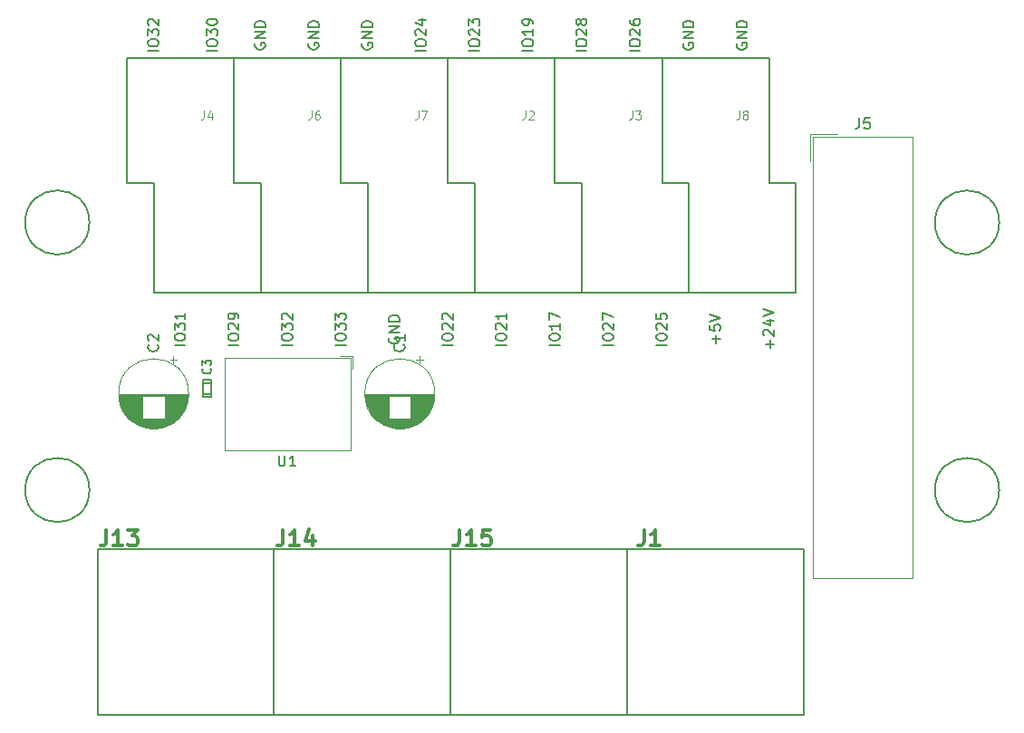
<source format=gto>
G04 #@! TF.GenerationSoftware,KiCad,Pcbnew,(5.1.5)-3*
G04 #@! TF.CreationDate,2020-02-01T18:29:59+01:00*
G04 #@! TF.ProjectId,5i25Breakout,35693235-4272-4656-916b-6f75742e6b69,rev?*
G04 #@! TF.SameCoordinates,PXe4e1c0PY93d1cc0*
G04 #@! TF.FileFunction,Legend,Top*
G04 #@! TF.FilePolarity,Positive*
%FSLAX46Y46*%
G04 Gerber Fmt 4.6, Leading zero omitted, Abs format (unit mm)*
G04 Created by KiCad (PCBNEW (5.1.5)-3) date 2020-02-01 18:29:59*
%MOMM*%
%LPD*%
G04 APERTURE LIST*
%ADD10C,0.150000*%
%ADD11C,0.127000*%
%ADD12C,0.120000*%
%ADD13C,0.300000*%
%ADD14C,0.015000*%
%ADD15C,0.200000*%
G04 APERTURE END LIST*
D10*
X71571428Y33238096D02*
X71571428Y34000000D01*
X71952380Y33619048D02*
X71190476Y33619048D01*
X71047619Y34428572D02*
X71000000Y34476191D01*
X70952380Y34571429D01*
X70952380Y34809524D01*
X71000000Y34904762D01*
X71047619Y34952381D01*
X71142857Y35000000D01*
X71238095Y35000000D01*
X71380952Y34952381D01*
X71952380Y34380953D01*
X71952380Y35000000D01*
X71285714Y35857143D02*
X71952380Y35857143D01*
X70904761Y35619048D02*
X71619047Y35380953D01*
X71619047Y36000000D01*
X70952380Y36238096D02*
X71952380Y36571429D01*
X70952380Y36904762D01*
X66571428Y33714286D02*
X66571428Y34476191D01*
X66952380Y34095239D02*
X66190476Y34095239D01*
X65952380Y35428572D02*
X65952380Y34952381D01*
X66428571Y34904762D01*
X66380952Y34952381D01*
X66333333Y35047620D01*
X66333333Y35285715D01*
X66380952Y35380953D01*
X66428571Y35428572D01*
X66523809Y35476191D01*
X66761904Y35476191D01*
X66857142Y35428572D01*
X66904761Y35380953D01*
X66952380Y35285715D01*
X66952380Y35047620D01*
X66904761Y34952381D01*
X66857142Y34904762D01*
X65952380Y35761905D02*
X66952380Y36095239D01*
X65952380Y36428572D01*
X61952380Y33523810D02*
X60952380Y33523810D01*
X60952380Y34190477D02*
X60952380Y34380953D01*
X61000000Y34476191D01*
X61095238Y34571429D01*
X61285714Y34619048D01*
X61619047Y34619048D01*
X61809523Y34571429D01*
X61904761Y34476191D01*
X61952380Y34380953D01*
X61952380Y34190477D01*
X61904761Y34095239D01*
X61809523Y34000000D01*
X61619047Y33952381D01*
X61285714Y33952381D01*
X61095238Y34000000D01*
X61000000Y34095239D01*
X60952380Y34190477D01*
X61047619Y35000000D02*
X61000000Y35047620D01*
X60952380Y35142858D01*
X60952380Y35380953D01*
X61000000Y35476191D01*
X61047619Y35523810D01*
X61142857Y35571429D01*
X61238095Y35571429D01*
X61380952Y35523810D01*
X61952380Y34952381D01*
X61952380Y35571429D01*
X60952380Y36476191D02*
X60952380Y36000000D01*
X61428571Y35952381D01*
X61380952Y36000000D01*
X61333333Y36095239D01*
X61333333Y36333334D01*
X61380952Y36428572D01*
X61428571Y36476191D01*
X61523809Y36523810D01*
X61761904Y36523810D01*
X61857142Y36476191D01*
X61904761Y36428572D01*
X61952380Y36333334D01*
X61952380Y36095239D01*
X61904761Y36000000D01*
X61857142Y35952381D01*
X56952380Y33523810D02*
X55952380Y33523810D01*
X55952380Y34190477D02*
X55952380Y34380953D01*
X56000000Y34476191D01*
X56095238Y34571429D01*
X56285714Y34619048D01*
X56619047Y34619048D01*
X56809523Y34571429D01*
X56904761Y34476191D01*
X56952380Y34380953D01*
X56952380Y34190477D01*
X56904761Y34095239D01*
X56809523Y34000000D01*
X56619047Y33952381D01*
X56285714Y33952381D01*
X56095238Y34000000D01*
X56000000Y34095239D01*
X55952380Y34190477D01*
X56047619Y35000000D02*
X56000000Y35047620D01*
X55952380Y35142858D01*
X55952380Y35380953D01*
X56000000Y35476191D01*
X56047619Y35523810D01*
X56142857Y35571429D01*
X56238095Y35571429D01*
X56380952Y35523810D01*
X56952380Y34952381D01*
X56952380Y35571429D01*
X55952380Y35904762D02*
X55952380Y36571429D01*
X56952380Y36142858D01*
X51952380Y33523810D02*
X50952380Y33523810D01*
X50952380Y34190477D02*
X50952380Y34380953D01*
X51000000Y34476191D01*
X51095238Y34571429D01*
X51285714Y34619048D01*
X51619047Y34619048D01*
X51809523Y34571429D01*
X51904761Y34476191D01*
X51952380Y34380953D01*
X51952380Y34190477D01*
X51904761Y34095239D01*
X51809523Y34000000D01*
X51619047Y33952381D01*
X51285714Y33952381D01*
X51095238Y34000000D01*
X51000000Y34095239D01*
X50952380Y34190477D01*
X51952380Y35571429D02*
X51952380Y35000000D01*
X51952380Y35285715D02*
X50952380Y35285715D01*
X51095238Y35190477D01*
X51190476Y35095239D01*
X51238095Y35000000D01*
X50952380Y35904762D02*
X50952380Y36571429D01*
X51952380Y36142858D01*
X46952380Y33523810D02*
X45952380Y33523810D01*
X45952380Y34190477D02*
X45952380Y34380953D01*
X46000000Y34476191D01*
X46095238Y34571429D01*
X46285714Y34619048D01*
X46619047Y34619048D01*
X46809523Y34571429D01*
X46904761Y34476191D01*
X46952380Y34380953D01*
X46952380Y34190477D01*
X46904761Y34095239D01*
X46809523Y34000000D01*
X46619047Y33952381D01*
X46285714Y33952381D01*
X46095238Y34000000D01*
X46000000Y34095239D01*
X45952380Y34190477D01*
X46047619Y35000000D02*
X46000000Y35047620D01*
X45952380Y35142858D01*
X45952380Y35380953D01*
X46000000Y35476191D01*
X46047619Y35523810D01*
X46142857Y35571429D01*
X46238095Y35571429D01*
X46380952Y35523810D01*
X46952380Y34952381D01*
X46952380Y35571429D01*
X46952380Y36523810D02*
X46952380Y35952381D01*
X46952380Y36238096D02*
X45952380Y36238096D01*
X46095238Y36142858D01*
X46190476Y36047620D01*
X46238095Y35952381D01*
X41952380Y33523810D02*
X40952380Y33523810D01*
X40952380Y34190477D02*
X40952380Y34380953D01*
X41000000Y34476191D01*
X41095238Y34571429D01*
X41285714Y34619048D01*
X41619047Y34619048D01*
X41809523Y34571429D01*
X41904761Y34476191D01*
X41952380Y34380953D01*
X41952380Y34190477D01*
X41904761Y34095239D01*
X41809523Y34000000D01*
X41619047Y33952381D01*
X41285714Y33952381D01*
X41095238Y34000000D01*
X41000000Y34095239D01*
X40952380Y34190477D01*
X41047619Y35000000D02*
X41000000Y35047620D01*
X40952380Y35142858D01*
X40952380Y35380953D01*
X41000000Y35476191D01*
X41047619Y35523810D01*
X41142857Y35571429D01*
X41238095Y35571429D01*
X41380952Y35523810D01*
X41952380Y34952381D01*
X41952380Y35571429D01*
X41047619Y35952381D02*
X41000000Y36000000D01*
X40952380Y36095239D01*
X40952380Y36333334D01*
X41000000Y36428572D01*
X41047619Y36476191D01*
X41142857Y36523810D01*
X41238095Y36523810D01*
X41380952Y36476191D01*
X41952380Y35904762D01*
X41952380Y36523810D01*
X36000000Y34238096D02*
X35952380Y34142858D01*
X35952380Y34000000D01*
X36000000Y33857143D01*
X36095238Y33761905D01*
X36190476Y33714286D01*
X36380952Y33666667D01*
X36523809Y33666667D01*
X36714285Y33714286D01*
X36809523Y33761905D01*
X36904761Y33857143D01*
X36952380Y34000000D01*
X36952380Y34095239D01*
X36904761Y34238096D01*
X36857142Y34285715D01*
X36523809Y34285715D01*
X36523809Y34095239D01*
X36952380Y34714286D02*
X35952380Y34714286D01*
X36952380Y35285715D01*
X35952380Y35285715D01*
X36952380Y35761905D02*
X35952380Y35761905D01*
X35952380Y36000000D01*
X36000000Y36142858D01*
X36095238Y36238096D01*
X36190476Y36285715D01*
X36380952Y36333334D01*
X36523809Y36333334D01*
X36714285Y36285715D01*
X36809523Y36238096D01*
X36904761Y36142858D01*
X36952380Y36000000D01*
X36952380Y35761905D01*
X31952380Y33523810D02*
X30952380Y33523810D01*
X30952380Y34190477D02*
X30952380Y34380953D01*
X31000000Y34476191D01*
X31095238Y34571429D01*
X31285714Y34619048D01*
X31619047Y34619048D01*
X31809523Y34571429D01*
X31904761Y34476191D01*
X31952380Y34380953D01*
X31952380Y34190477D01*
X31904761Y34095239D01*
X31809523Y34000000D01*
X31619047Y33952381D01*
X31285714Y33952381D01*
X31095238Y34000000D01*
X31000000Y34095239D01*
X30952380Y34190477D01*
X30952380Y34952381D02*
X30952380Y35571429D01*
X31333333Y35238096D01*
X31333333Y35380953D01*
X31380952Y35476191D01*
X31428571Y35523810D01*
X31523809Y35571429D01*
X31761904Y35571429D01*
X31857142Y35523810D01*
X31904761Y35476191D01*
X31952380Y35380953D01*
X31952380Y35095239D01*
X31904761Y35000000D01*
X31857142Y34952381D01*
X30952380Y35904762D02*
X30952380Y36523810D01*
X31333333Y36190477D01*
X31333333Y36333334D01*
X31380952Y36428572D01*
X31428571Y36476191D01*
X31523809Y36523810D01*
X31761904Y36523810D01*
X31857142Y36476191D01*
X31904761Y36428572D01*
X31952380Y36333334D01*
X31952380Y36047620D01*
X31904761Y35952381D01*
X31857142Y35904762D01*
X26952380Y33523810D02*
X25952380Y33523810D01*
X25952380Y34190477D02*
X25952380Y34380953D01*
X26000000Y34476191D01*
X26095238Y34571429D01*
X26285714Y34619048D01*
X26619047Y34619048D01*
X26809523Y34571429D01*
X26904761Y34476191D01*
X26952380Y34380953D01*
X26952380Y34190477D01*
X26904761Y34095239D01*
X26809523Y34000000D01*
X26619047Y33952381D01*
X26285714Y33952381D01*
X26095238Y34000000D01*
X26000000Y34095239D01*
X25952380Y34190477D01*
X25952380Y34952381D02*
X25952380Y35571429D01*
X26333333Y35238096D01*
X26333333Y35380953D01*
X26380952Y35476191D01*
X26428571Y35523810D01*
X26523809Y35571429D01*
X26761904Y35571429D01*
X26857142Y35523810D01*
X26904761Y35476191D01*
X26952380Y35380953D01*
X26952380Y35095239D01*
X26904761Y35000000D01*
X26857142Y34952381D01*
X26047619Y35952381D02*
X26000000Y36000000D01*
X25952380Y36095239D01*
X25952380Y36333334D01*
X26000000Y36428572D01*
X26047619Y36476191D01*
X26142857Y36523810D01*
X26238095Y36523810D01*
X26380952Y36476191D01*
X26952380Y35904762D01*
X26952380Y36523810D01*
X21952380Y33523810D02*
X20952380Y33523810D01*
X20952380Y34190477D02*
X20952380Y34380953D01*
X21000000Y34476191D01*
X21095238Y34571429D01*
X21285714Y34619048D01*
X21619047Y34619048D01*
X21809523Y34571429D01*
X21904761Y34476191D01*
X21952380Y34380953D01*
X21952380Y34190477D01*
X21904761Y34095239D01*
X21809523Y34000000D01*
X21619047Y33952381D01*
X21285714Y33952381D01*
X21095238Y34000000D01*
X21000000Y34095239D01*
X20952380Y34190477D01*
X21047619Y35000000D02*
X21000000Y35047620D01*
X20952380Y35142858D01*
X20952380Y35380953D01*
X21000000Y35476191D01*
X21047619Y35523810D01*
X21142857Y35571429D01*
X21238095Y35571429D01*
X21380952Y35523810D01*
X21952380Y34952381D01*
X21952380Y35571429D01*
X21952380Y36047620D02*
X21952380Y36238096D01*
X21904761Y36333334D01*
X21857142Y36380953D01*
X21714285Y36476191D01*
X21523809Y36523810D01*
X21142857Y36523810D01*
X21047619Y36476191D01*
X21000000Y36428572D01*
X20952380Y36333334D01*
X20952380Y36142858D01*
X21000000Y36047620D01*
X21047619Y36000000D01*
X21142857Y35952381D01*
X21380952Y35952381D01*
X21476190Y36000000D01*
X21523809Y36047620D01*
X21571428Y36142858D01*
X21571428Y36333334D01*
X21523809Y36428572D01*
X21476190Y36476191D01*
X21380952Y36523810D01*
X16952380Y33523810D02*
X15952380Y33523810D01*
X15952380Y34190477D02*
X15952380Y34380953D01*
X16000000Y34476191D01*
X16095238Y34571429D01*
X16285714Y34619048D01*
X16619047Y34619048D01*
X16809523Y34571429D01*
X16904761Y34476191D01*
X16952380Y34380953D01*
X16952380Y34190477D01*
X16904761Y34095239D01*
X16809523Y34000000D01*
X16619047Y33952381D01*
X16285714Y33952381D01*
X16095238Y34000000D01*
X16000000Y34095239D01*
X15952380Y34190477D01*
X15952380Y34952381D02*
X15952380Y35571429D01*
X16333333Y35238096D01*
X16333333Y35380953D01*
X16380952Y35476191D01*
X16428571Y35523810D01*
X16523809Y35571429D01*
X16761904Y35571429D01*
X16857142Y35523810D01*
X16904761Y35476191D01*
X16952380Y35380953D01*
X16952380Y35095239D01*
X16904761Y35000000D01*
X16857142Y34952381D01*
X16952380Y36523810D02*
X16952380Y35952381D01*
X16952380Y36238096D02*
X15952380Y36238096D01*
X16095238Y36142858D01*
X16190476Y36047620D01*
X16238095Y35952381D01*
X68500000Y61738096D02*
X68452380Y61642858D01*
X68452380Y61500000D01*
X68500000Y61357143D01*
X68595238Y61261905D01*
X68690476Y61214286D01*
X68880952Y61166667D01*
X69023809Y61166667D01*
X69214285Y61214286D01*
X69309523Y61261905D01*
X69404761Y61357143D01*
X69452380Y61500000D01*
X69452380Y61595239D01*
X69404761Y61738096D01*
X69357142Y61785715D01*
X69023809Y61785715D01*
X69023809Y61595239D01*
X69452380Y62214286D02*
X68452380Y62214286D01*
X69452380Y62785715D01*
X68452380Y62785715D01*
X69452380Y63261905D02*
X68452380Y63261905D01*
X68452380Y63500000D01*
X68500000Y63642858D01*
X68595238Y63738096D01*
X68690476Y63785715D01*
X68880952Y63833334D01*
X69023809Y63833334D01*
X69214285Y63785715D01*
X69309523Y63738096D01*
X69404761Y63642858D01*
X69452380Y63500000D01*
X69452380Y63261905D01*
X63500000Y61738096D02*
X63452380Y61642858D01*
X63452380Y61500000D01*
X63500000Y61357143D01*
X63595238Y61261905D01*
X63690476Y61214286D01*
X63880952Y61166667D01*
X64023809Y61166667D01*
X64214285Y61214286D01*
X64309523Y61261905D01*
X64404761Y61357143D01*
X64452380Y61500000D01*
X64452380Y61595239D01*
X64404761Y61738096D01*
X64357142Y61785715D01*
X64023809Y61785715D01*
X64023809Y61595239D01*
X64452380Y62214286D02*
X63452380Y62214286D01*
X64452380Y62785715D01*
X63452380Y62785715D01*
X64452380Y63261905D02*
X63452380Y63261905D01*
X63452380Y63500000D01*
X63500000Y63642858D01*
X63595238Y63738096D01*
X63690476Y63785715D01*
X63880952Y63833334D01*
X64023809Y63833334D01*
X64214285Y63785715D01*
X64309523Y63738096D01*
X64404761Y63642858D01*
X64452380Y63500000D01*
X64452380Y63261905D01*
X59452380Y61023810D02*
X58452380Y61023810D01*
X58452380Y61690477D02*
X58452380Y61880953D01*
X58500000Y61976191D01*
X58595238Y62071429D01*
X58785714Y62119048D01*
X59119047Y62119048D01*
X59309523Y62071429D01*
X59404761Y61976191D01*
X59452380Y61880953D01*
X59452380Y61690477D01*
X59404761Y61595239D01*
X59309523Y61500000D01*
X59119047Y61452381D01*
X58785714Y61452381D01*
X58595238Y61500000D01*
X58500000Y61595239D01*
X58452380Y61690477D01*
X58547619Y62500000D02*
X58500000Y62547620D01*
X58452380Y62642858D01*
X58452380Y62880953D01*
X58500000Y62976191D01*
X58547619Y63023810D01*
X58642857Y63071429D01*
X58738095Y63071429D01*
X58880952Y63023810D01*
X59452380Y62452381D01*
X59452380Y63071429D01*
X58452380Y63928572D02*
X58452380Y63738096D01*
X58500000Y63642858D01*
X58547619Y63595239D01*
X58690476Y63500000D01*
X58880952Y63452381D01*
X59261904Y63452381D01*
X59357142Y63500000D01*
X59404761Y63547620D01*
X59452380Y63642858D01*
X59452380Y63833334D01*
X59404761Y63928572D01*
X59357142Y63976191D01*
X59261904Y64023810D01*
X59023809Y64023810D01*
X58928571Y63976191D01*
X58880952Y63928572D01*
X58833333Y63833334D01*
X58833333Y63642858D01*
X58880952Y63547620D01*
X58928571Y63500000D01*
X59023809Y63452381D01*
X54452380Y61023810D02*
X53452380Y61023810D01*
X53452380Y61690477D02*
X53452380Y61880953D01*
X53500000Y61976191D01*
X53595238Y62071429D01*
X53785714Y62119048D01*
X54119047Y62119048D01*
X54309523Y62071429D01*
X54404761Y61976191D01*
X54452380Y61880953D01*
X54452380Y61690477D01*
X54404761Y61595239D01*
X54309523Y61500000D01*
X54119047Y61452381D01*
X53785714Y61452381D01*
X53595238Y61500000D01*
X53500000Y61595239D01*
X53452380Y61690477D01*
X53547619Y62500000D02*
X53500000Y62547620D01*
X53452380Y62642858D01*
X53452380Y62880953D01*
X53500000Y62976191D01*
X53547619Y63023810D01*
X53642857Y63071429D01*
X53738095Y63071429D01*
X53880952Y63023810D01*
X54452380Y62452381D01*
X54452380Y63071429D01*
X53880952Y63642858D02*
X53833333Y63547620D01*
X53785714Y63500000D01*
X53690476Y63452381D01*
X53642857Y63452381D01*
X53547619Y63500000D01*
X53500000Y63547620D01*
X53452380Y63642858D01*
X53452380Y63833334D01*
X53500000Y63928572D01*
X53547619Y63976191D01*
X53642857Y64023810D01*
X53690476Y64023810D01*
X53785714Y63976191D01*
X53833333Y63928572D01*
X53880952Y63833334D01*
X53880952Y63642858D01*
X53928571Y63547620D01*
X53976190Y63500000D01*
X54071428Y63452381D01*
X54261904Y63452381D01*
X54357142Y63500000D01*
X54404761Y63547620D01*
X54452380Y63642858D01*
X54452380Y63833334D01*
X54404761Y63928572D01*
X54357142Y63976191D01*
X54261904Y64023810D01*
X54071428Y64023810D01*
X53976190Y63976191D01*
X53928571Y63928572D01*
X53880952Y63833334D01*
X49452380Y61023810D02*
X48452380Y61023810D01*
X48452380Y61690477D02*
X48452380Y61880953D01*
X48500000Y61976191D01*
X48595238Y62071429D01*
X48785714Y62119048D01*
X49119047Y62119048D01*
X49309523Y62071429D01*
X49404761Y61976191D01*
X49452380Y61880953D01*
X49452380Y61690477D01*
X49404761Y61595239D01*
X49309523Y61500000D01*
X49119047Y61452381D01*
X48785714Y61452381D01*
X48595238Y61500000D01*
X48500000Y61595239D01*
X48452380Y61690477D01*
X49452380Y63071429D02*
X49452380Y62500000D01*
X49452380Y62785715D02*
X48452380Y62785715D01*
X48595238Y62690477D01*
X48690476Y62595239D01*
X48738095Y62500000D01*
X49452380Y63547620D02*
X49452380Y63738096D01*
X49404761Y63833334D01*
X49357142Y63880953D01*
X49214285Y63976191D01*
X49023809Y64023810D01*
X48642857Y64023810D01*
X48547619Y63976191D01*
X48500000Y63928572D01*
X48452380Y63833334D01*
X48452380Y63642858D01*
X48500000Y63547620D01*
X48547619Y63500000D01*
X48642857Y63452381D01*
X48880952Y63452381D01*
X48976190Y63500000D01*
X49023809Y63547620D01*
X49071428Y63642858D01*
X49071428Y63833334D01*
X49023809Y63928572D01*
X48976190Y63976191D01*
X48880952Y64023810D01*
X44452380Y61023810D02*
X43452380Y61023810D01*
X43452380Y61690477D02*
X43452380Y61880953D01*
X43500000Y61976191D01*
X43595238Y62071429D01*
X43785714Y62119048D01*
X44119047Y62119048D01*
X44309523Y62071429D01*
X44404761Y61976191D01*
X44452380Y61880953D01*
X44452380Y61690477D01*
X44404761Y61595239D01*
X44309523Y61500000D01*
X44119047Y61452381D01*
X43785714Y61452381D01*
X43595238Y61500000D01*
X43500000Y61595239D01*
X43452380Y61690477D01*
X43547619Y62500000D02*
X43500000Y62547620D01*
X43452380Y62642858D01*
X43452380Y62880953D01*
X43500000Y62976191D01*
X43547619Y63023810D01*
X43642857Y63071429D01*
X43738095Y63071429D01*
X43880952Y63023810D01*
X44452380Y62452381D01*
X44452380Y63071429D01*
X43452380Y63404762D02*
X43452380Y64023810D01*
X43833333Y63690477D01*
X43833333Y63833334D01*
X43880952Y63928572D01*
X43928571Y63976191D01*
X44023809Y64023810D01*
X44261904Y64023810D01*
X44357142Y63976191D01*
X44404761Y63928572D01*
X44452380Y63833334D01*
X44452380Y63547620D01*
X44404761Y63452381D01*
X44357142Y63404762D01*
X39452380Y61023810D02*
X38452380Y61023810D01*
X38452380Y61690477D02*
X38452380Y61880953D01*
X38500000Y61976191D01*
X38595238Y62071429D01*
X38785714Y62119048D01*
X39119047Y62119048D01*
X39309523Y62071429D01*
X39404761Y61976191D01*
X39452380Y61880953D01*
X39452380Y61690477D01*
X39404761Y61595239D01*
X39309523Y61500000D01*
X39119047Y61452381D01*
X38785714Y61452381D01*
X38595238Y61500000D01*
X38500000Y61595239D01*
X38452380Y61690477D01*
X38547619Y62500000D02*
X38500000Y62547620D01*
X38452380Y62642858D01*
X38452380Y62880953D01*
X38500000Y62976191D01*
X38547619Y63023810D01*
X38642857Y63071429D01*
X38738095Y63071429D01*
X38880952Y63023810D01*
X39452380Y62452381D01*
X39452380Y63071429D01*
X38785714Y63928572D02*
X39452380Y63928572D01*
X38404761Y63690477D02*
X39119047Y63452381D01*
X39119047Y64071429D01*
X33500000Y61738096D02*
X33452380Y61642858D01*
X33452380Y61500000D01*
X33500000Y61357143D01*
X33595238Y61261905D01*
X33690476Y61214286D01*
X33880952Y61166667D01*
X34023809Y61166667D01*
X34214285Y61214286D01*
X34309523Y61261905D01*
X34404761Y61357143D01*
X34452380Y61500000D01*
X34452380Y61595239D01*
X34404761Y61738096D01*
X34357142Y61785715D01*
X34023809Y61785715D01*
X34023809Y61595239D01*
X34452380Y62214286D02*
X33452380Y62214286D01*
X34452380Y62785715D01*
X33452380Y62785715D01*
X34452380Y63261905D02*
X33452380Y63261905D01*
X33452380Y63500000D01*
X33500000Y63642858D01*
X33595238Y63738096D01*
X33690476Y63785715D01*
X33880952Y63833334D01*
X34023809Y63833334D01*
X34214285Y63785715D01*
X34309523Y63738096D01*
X34404761Y63642858D01*
X34452380Y63500000D01*
X34452380Y63261905D01*
X28500000Y61738096D02*
X28452380Y61642858D01*
X28452380Y61500000D01*
X28500000Y61357143D01*
X28595238Y61261905D01*
X28690476Y61214286D01*
X28880952Y61166667D01*
X29023809Y61166667D01*
X29214285Y61214286D01*
X29309523Y61261905D01*
X29404761Y61357143D01*
X29452380Y61500000D01*
X29452380Y61595239D01*
X29404761Y61738096D01*
X29357142Y61785715D01*
X29023809Y61785715D01*
X29023809Y61595239D01*
X29452380Y62214286D02*
X28452380Y62214286D01*
X29452380Y62785715D01*
X28452380Y62785715D01*
X29452380Y63261905D02*
X28452380Y63261905D01*
X28452380Y63500000D01*
X28500000Y63642858D01*
X28595238Y63738096D01*
X28690476Y63785715D01*
X28880952Y63833334D01*
X29023809Y63833334D01*
X29214285Y63785715D01*
X29309523Y63738096D01*
X29404761Y63642858D01*
X29452380Y63500000D01*
X29452380Y63261905D01*
X23500000Y61738096D02*
X23452380Y61642858D01*
X23452380Y61500000D01*
X23500000Y61357143D01*
X23595238Y61261905D01*
X23690476Y61214286D01*
X23880952Y61166667D01*
X24023809Y61166667D01*
X24214285Y61214286D01*
X24309523Y61261905D01*
X24404761Y61357143D01*
X24452380Y61500000D01*
X24452380Y61595239D01*
X24404761Y61738096D01*
X24357142Y61785715D01*
X24023809Y61785715D01*
X24023809Y61595239D01*
X24452380Y62214286D02*
X23452380Y62214286D01*
X24452380Y62785715D01*
X23452380Y62785715D01*
X24452380Y63261905D02*
X23452380Y63261905D01*
X23452380Y63500000D01*
X23500000Y63642858D01*
X23595238Y63738096D01*
X23690476Y63785715D01*
X23880952Y63833334D01*
X24023809Y63833334D01*
X24214285Y63785715D01*
X24309523Y63738096D01*
X24404761Y63642858D01*
X24452380Y63500000D01*
X24452380Y63261905D01*
X19952380Y61023810D02*
X18952380Y61023810D01*
X18952380Y61690477D02*
X18952380Y61880953D01*
X19000000Y61976191D01*
X19095238Y62071429D01*
X19285714Y62119048D01*
X19619047Y62119048D01*
X19809523Y62071429D01*
X19904761Y61976191D01*
X19952380Y61880953D01*
X19952380Y61690477D01*
X19904761Y61595239D01*
X19809523Y61500000D01*
X19619047Y61452381D01*
X19285714Y61452381D01*
X19095238Y61500000D01*
X19000000Y61595239D01*
X18952380Y61690477D01*
X18952380Y62452381D02*
X18952380Y63071429D01*
X19333333Y62738096D01*
X19333333Y62880953D01*
X19380952Y62976191D01*
X19428571Y63023810D01*
X19523809Y63071429D01*
X19761904Y63071429D01*
X19857142Y63023810D01*
X19904761Y62976191D01*
X19952380Y62880953D01*
X19952380Y62595239D01*
X19904761Y62500000D01*
X19857142Y62452381D01*
X18952380Y63690477D02*
X18952380Y63785715D01*
X19000000Y63880953D01*
X19047619Y63928572D01*
X19142857Y63976191D01*
X19333333Y64023810D01*
X19571428Y64023810D01*
X19761904Y63976191D01*
X19857142Y63928572D01*
X19904761Y63880953D01*
X19952380Y63785715D01*
X19952380Y63690477D01*
X19904761Y63595239D01*
X19857142Y63547620D01*
X19761904Y63500000D01*
X19571428Y63452381D01*
X19333333Y63452381D01*
X19142857Y63500000D01*
X19047619Y63547620D01*
X19000000Y63595239D01*
X18952380Y63690477D01*
X14452380Y61023810D02*
X13452380Y61023810D01*
X13452380Y61690477D02*
X13452380Y61880953D01*
X13500000Y61976191D01*
X13595238Y62071429D01*
X13785714Y62119048D01*
X14119047Y62119048D01*
X14309523Y62071429D01*
X14404761Y61976191D01*
X14452380Y61880953D01*
X14452380Y61690477D01*
X14404761Y61595239D01*
X14309523Y61500000D01*
X14119047Y61452381D01*
X13785714Y61452381D01*
X13595238Y61500000D01*
X13500000Y61595239D01*
X13452380Y61690477D01*
X13452380Y62452381D02*
X13452380Y63071429D01*
X13833333Y62738096D01*
X13833333Y62880953D01*
X13880952Y62976191D01*
X13928571Y63023810D01*
X14023809Y63071429D01*
X14261904Y63071429D01*
X14357142Y63023810D01*
X14404761Y62976191D01*
X14452380Y62880953D01*
X14452380Y62595239D01*
X14404761Y62500000D01*
X14357142Y62452381D01*
X13547619Y63452381D02*
X13500000Y63500000D01*
X13452380Y63595239D01*
X13452380Y63833334D01*
X13500000Y63928572D01*
X13547619Y63976191D01*
X13642857Y64023810D01*
X13738095Y64023810D01*
X13880952Y63976191D01*
X14452380Y63404762D01*
X14452380Y64023810D01*
X8750000Y-1000000D02*
X25250000Y-1000000D01*
X25250000Y-1000000D02*
X25250000Y14500000D01*
X25250000Y14500000D02*
X8750000Y14500000D01*
X8750000Y14500000D02*
X8750000Y-1000000D01*
X25250000Y-1000000D02*
X41750000Y-1000000D01*
X41750000Y-1000000D02*
X41750000Y14500000D01*
X41750000Y14500000D02*
X25250000Y14500000D01*
X25250000Y14500000D02*
X25250000Y-1000000D01*
X58250000Y-1000000D02*
X74750000Y-1000000D01*
X74750000Y-1000000D02*
X74750000Y14500000D01*
X74750000Y14500000D02*
X58250000Y14500000D01*
X58250000Y14500000D02*
X58250000Y-1000000D01*
D11*
X41500000Y60400000D02*
X51500000Y60400000D01*
X41500000Y48650000D02*
X41500000Y60400000D01*
X44000000Y48650000D02*
X41500000Y48650000D01*
X44000000Y38400000D02*
X44000000Y48650000D01*
X54000000Y38400000D02*
X44000000Y38400000D01*
X54000000Y48650000D02*
X54000000Y38400000D01*
X51500000Y48650000D02*
X54000000Y48650000D01*
X51500000Y60400000D02*
X51500000Y48650000D01*
X51500000Y60400000D02*
X61500000Y60400000D01*
X51500000Y48650000D02*
X51500000Y60400000D01*
X54000000Y48650000D02*
X51500000Y48650000D01*
X54000000Y38400000D02*
X54000000Y48650000D01*
X64000000Y38400000D02*
X54000000Y38400000D01*
X64000000Y48650000D02*
X64000000Y38400000D01*
X61500000Y48650000D02*
X64000000Y48650000D01*
X61500000Y60400000D02*
X61500000Y48650000D01*
X61500000Y60400000D02*
X71500000Y60400000D01*
X61500000Y48650000D02*
X61500000Y60400000D01*
X64000000Y48650000D02*
X61500000Y48650000D01*
X64000000Y38400000D02*
X64000000Y48650000D01*
X74000000Y38400000D02*
X64000000Y38400000D01*
X74000000Y48650000D02*
X74000000Y38400000D01*
X71500000Y48650000D02*
X74000000Y48650000D01*
X71500000Y60400000D02*
X71500000Y48650000D01*
X31500000Y60400000D02*
X41500000Y60400000D01*
X31500000Y48650000D02*
X31500000Y60400000D01*
X34000000Y48650000D02*
X31500000Y48650000D01*
X34000000Y38400000D02*
X34000000Y48650000D01*
X44000000Y38400000D02*
X34000000Y38400000D01*
X44000000Y48650000D02*
X44000000Y38400000D01*
X41500000Y48650000D02*
X44000000Y48650000D01*
X41500000Y60400000D02*
X41500000Y48650000D01*
X21500000Y60400000D02*
X31500000Y60400000D01*
X21500000Y48650000D02*
X21500000Y60400000D01*
X24000000Y48650000D02*
X21500000Y48650000D01*
X24000000Y38400000D02*
X24000000Y48650000D01*
X34000000Y38400000D02*
X24000000Y38400000D01*
X34000000Y48650000D02*
X34000000Y38400000D01*
X31500000Y48650000D02*
X34000000Y48650000D01*
X31500000Y60400000D02*
X31500000Y48650000D01*
X11500000Y60400000D02*
X21500000Y60400000D01*
X11500000Y48650000D02*
X11500000Y60400000D01*
X14000000Y48650000D02*
X11500000Y48650000D01*
X14000000Y38400000D02*
X14000000Y48650000D01*
X24000000Y38400000D02*
X14000000Y38400000D01*
X24000000Y48650000D02*
X24000000Y38400000D01*
X21500000Y48650000D02*
X24000000Y48650000D01*
X21500000Y60400000D02*
X21500000Y48650000D01*
D12*
X75345000Y53220000D02*
X77885000Y53220000D01*
X75345000Y53220000D02*
X75345000Y50680000D01*
X75595000Y52970000D02*
X84945000Y52970000D01*
X75595000Y11790000D02*
X75595000Y52970000D01*
X84945000Y11790000D02*
X75595000Y11790000D01*
X84945000Y52970000D02*
X84945000Y11790000D01*
D10*
X41750000Y-1000000D02*
X58250000Y-1000000D01*
X58250000Y-1000000D02*
X58250000Y14500000D01*
X58250000Y14500000D02*
X41750000Y14500000D01*
X41750000Y14500000D02*
X41750000Y-1000000D01*
X93000000Y20000000D02*
G75*
G03X93000000Y20000000I-3000000J0D01*
G01*
X93000000Y45000000D02*
G75*
G03X93000000Y45000000I-3000000J0D01*
G01*
X8000000Y20000000D02*
G75*
G03X8000000Y20000000I-3000000J0D01*
G01*
X8000000Y45000000D02*
G75*
G03X8000000Y45000000I-3000000J0D01*
G01*
D12*
X39154000Y32185241D02*
X38524000Y32185241D01*
X38839000Y32500241D02*
X38839000Y31870241D01*
X37402000Y25759000D02*
X36598000Y25759000D01*
X37633000Y25799000D02*
X36367000Y25799000D01*
X37802000Y25839000D02*
X36198000Y25839000D01*
X37940000Y25879000D02*
X36060000Y25879000D01*
X38059000Y25919000D02*
X35941000Y25919000D01*
X38165000Y25959000D02*
X35835000Y25959000D01*
X38262000Y25999000D02*
X35738000Y25999000D01*
X38350000Y26039000D02*
X35650000Y26039000D01*
X38432000Y26079000D02*
X35568000Y26079000D01*
X38509000Y26119000D02*
X35491000Y26119000D01*
X38581000Y26159000D02*
X35419000Y26159000D01*
X38650000Y26199000D02*
X35350000Y26199000D01*
X38714000Y26239000D02*
X35286000Y26239000D01*
X38776000Y26279000D02*
X35224000Y26279000D01*
X38834000Y26319000D02*
X35166000Y26319000D01*
X38890000Y26359000D02*
X35110000Y26359000D01*
X38944000Y26399000D02*
X35056000Y26399000D01*
X38995000Y26439000D02*
X35005000Y26439000D01*
X39044000Y26479000D02*
X34956000Y26479000D01*
X39092000Y26519000D02*
X34908000Y26519000D01*
X39137000Y26559000D02*
X34863000Y26559000D01*
X39182000Y26599000D02*
X34818000Y26599000D01*
X39224000Y26639000D02*
X34776000Y26639000D01*
X39265000Y26679000D02*
X34735000Y26679000D01*
X35960000Y26719000D02*
X34695000Y26719000D01*
X39305000Y26719000D02*
X38040000Y26719000D01*
X35960000Y26759000D02*
X34657000Y26759000D01*
X39343000Y26759000D02*
X38040000Y26759000D01*
X35960000Y26799000D02*
X34620000Y26799000D01*
X39380000Y26799000D02*
X38040000Y26799000D01*
X35960000Y26839000D02*
X34584000Y26839000D01*
X39416000Y26839000D02*
X38040000Y26839000D01*
X35960000Y26879000D02*
X34550000Y26879000D01*
X39450000Y26879000D02*
X38040000Y26879000D01*
X35960000Y26919000D02*
X34516000Y26919000D01*
X39484000Y26919000D02*
X38040000Y26919000D01*
X35960000Y26959000D02*
X34484000Y26959000D01*
X39516000Y26959000D02*
X38040000Y26959000D01*
X35960000Y26999000D02*
X34452000Y26999000D01*
X39548000Y26999000D02*
X38040000Y26999000D01*
X35960000Y27039000D02*
X34422000Y27039000D01*
X39578000Y27039000D02*
X38040000Y27039000D01*
X35960000Y27079000D02*
X34393000Y27079000D01*
X39607000Y27079000D02*
X38040000Y27079000D01*
X35960000Y27119000D02*
X34364000Y27119000D01*
X39636000Y27119000D02*
X38040000Y27119000D01*
X35960000Y27159000D02*
X34336000Y27159000D01*
X39664000Y27159000D02*
X38040000Y27159000D01*
X35960000Y27199000D02*
X34310000Y27199000D01*
X39690000Y27199000D02*
X38040000Y27199000D01*
X35960000Y27239000D02*
X34284000Y27239000D01*
X39716000Y27239000D02*
X38040000Y27239000D01*
X35960000Y27279000D02*
X34258000Y27279000D01*
X39742000Y27279000D02*
X38040000Y27279000D01*
X35960000Y27319000D02*
X34234000Y27319000D01*
X39766000Y27319000D02*
X38040000Y27319000D01*
X35960000Y27359000D02*
X34210000Y27359000D01*
X39790000Y27359000D02*
X38040000Y27359000D01*
X35960000Y27399000D02*
X34188000Y27399000D01*
X39812000Y27399000D02*
X38040000Y27399000D01*
X35960000Y27439000D02*
X34166000Y27439000D01*
X39834000Y27439000D02*
X38040000Y27439000D01*
X35960000Y27479000D02*
X34144000Y27479000D01*
X39856000Y27479000D02*
X38040000Y27479000D01*
X35960000Y27519000D02*
X34124000Y27519000D01*
X39876000Y27519000D02*
X38040000Y27519000D01*
X35960000Y27559000D02*
X34104000Y27559000D01*
X39896000Y27559000D02*
X38040000Y27559000D01*
X35960000Y27599000D02*
X34084000Y27599000D01*
X39916000Y27599000D02*
X38040000Y27599000D01*
X35960000Y27639000D02*
X34066000Y27639000D01*
X39934000Y27639000D02*
X38040000Y27639000D01*
X35960000Y27679000D02*
X34048000Y27679000D01*
X39952000Y27679000D02*
X38040000Y27679000D01*
X35960000Y27719000D02*
X34030000Y27719000D01*
X39970000Y27719000D02*
X38040000Y27719000D01*
X35960000Y27759000D02*
X34014000Y27759000D01*
X39986000Y27759000D02*
X38040000Y27759000D01*
X35960000Y27799000D02*
X33998000Y27799000D01*
X40002000Y27799000D02*
X38040000Y27799000D01*
X35960000Y27839000D02*
X33982000Y27839000D01*
X40018000Y27839000D02*
X38040000Y27839000D01*
X35960000Y27879000D02*
X33967000Y27879000D01*
X40033000Y27879000D02*
X38040000Y27879000D01*
X35960000Y27919000D02*
X33953000Y27919000D01*
X40047000Y27919000D02*
X38040000Y27919000D01*
X35960000Y27959000D02*
X33939000Y27959000D01*
X40061000Y27959000D02*
X38040000Y27959000D01*
X35960000Y27999000D02*
X33926000Y27999000D01*
X40074000Y27999000D02*
X38040000Y27999000D01*
X35960000Y28039000D02*
X33914000Y28039000D01*
X40086000Y28039000D02*
X38040000Y28039000D01*
X35960000Y28079000D02*
X33902000Y28079000D01*
X40098000Y28079000D02*
X38040000Y28079000D01*
X35960000Y28119000D02*
X33890000Y28119000D01*
X40110000Y28119000D02*
X38040000Y28119000D01*
X35960000Y28159000D02*
X33879000Y28159000D01*
X40121000Y28159000D02*
X38040000Y28159000D01*
X35960000Y28199000D02*
X33869000Y28199000D01*
X40131000Y28199000D02*
X38040000Y28199000D01*
X35960000Y28239000D02*
X33859000Y28239000D01*
X40141000Y28239000D02*
X38040000Y28239000D01*
X35960000Y28279000D02*
X33850000Y28279000D01*
X40150000Y28279000D02*
X38040000Y28279000D01*
X35960000Y28320000D02*
X33841000Y28320000D01*
X40159000Y28320000D02*
X38040000Y28320000D01*
X35960000Y28360000D02*
X33833000Y28360000D01*
X40167000Y28360000D02*
X38040000Y28360000D01*
X35960000Y28400000D02*
X33825000Y28400000D01*
X40175000Y28400000D02*
X38040000Y28400000D01*
X35960000Y28440000D02*
X33818000Y28440000D01*
X40182000Y28440000D02*
X38040000Y28440000D01*
X35960000Y28480000D02*
X33811000Y28480000D01*
X40189000Y28480000D02*
X38040000Y28480000D01*
X35960000Y28520000D02*
X33805000Y28520000D01*
X40195000Y28520000D02*
X38040000Y28520000D01*
X35960000Y28560000D02*
X33799000Y28560000D01*
X40201000Y28560000D02*
X38040000Y28560000D01*
X35960000Y28600000D02*
X33794000Y28600000D01*
X40206000Y28600000D02*
X38040000Y28600000D01*
X35960000Y28640000D02*
X33789000Y28640000D01*
X40211000Y28640000D02*
X38040000Y28640000D01*
X35960000Y28680000D02*
X33785000Y28680000D01*
X40215000Y28680000D02*
X38040000Y28680000D01*
X35960000Y28720000D02*
X33782000Y28720000D01*
X40218000Y28720000D02*
X38040000Y28720000D01*
X35960000Y28760000D02*
X33778000Y28760000D01*
X40222000Y28760000D02*
X38040000Y28760000D01*
X40224000Y28800000D02*
X33776000Y28800000D01*
X40227000Y28840000D02*
X33773000Y28840000D01*
X40228000Y28880000D02*
X33772000Y28880000D01*
X40230000Y28920000D02*
X33770000Y28920000D01*
X40230000Y28960000D02*
X33770000Y28960000D01*
X40230000Y29000000D02*
X33770000Y29000000D01*
X40270000Y29000000D02*
G75*
G03X40270000Y29000000I-3270000J0D01*
G01*
X16154000Y32185241D02*
X15524000Y32185241D01*
X15839000Y32500241D02*
X15839000Y31870241D01*
X14402000Y25759000D02*
X13598000Y25759000D01*
X14633000Y25799000D02*
X13367000Y25799000D01*
X14802000Y25839000D02*
X13198000Y25839000D01*
X14940000Y25879000D02*
X13060000Y25879000D01*
X15059000Y25919000D02*
X12941000Y25919000D01*
X15165000Y25959000D02*
X12835000Y25959000D01*
X15262000Y25999000D02*
X12738000Y25999000D01*
X15350000Y26039000D02*
X12650000Y26039000D01*
X15432000Y26079000D02*
X12568000Y26079000D01*
X15509000Y26119000D02*
X12491000Y26119000D01*
X15581000Y26159000D02*
X12419000Y26159000D01*
X15650000Y26199000D02*
X12350000Y26199000D01*
X15714000Y26239000D02*
X12286000Y26239000D01*
X15776000Y26279000D02*
X12224000Y26279000D01*
X15834000Y26319000D02*
X12166000Y26319000D01*
X15890000Y26359000D02*
X12110000Y26359000D01*
X15944000Y26399000D02*
X12056000Y26399000D01*
X15995000Y26439000D02*
X12005000Y26439000D01*
X16044000Y26479000D02*
X11956000Y26479000D01*
X16092000Y26519000D02*
X11908000Y26519000D01*
X16137000Y26559000D02*
X11863000Y26559000D01*
X16182000Y26599000D02*
X11818000Y26599000D01*
X16224000Y26639000D02*
X11776000Y26639000D01*
X16265000Y26679000D02*
X11735000Y26679000D01*
X12960000Y26719000D02*
X11695000Y26719000D01*
X16305000Y26719000D02*
X15040000Y26719000D01*
X12960000Y26759000D02*
X11657000Y26759000D01*
X16343000Y26759000D02*
X15040000Y26759000D01*
X12960000Y26799000D02*
X11620000Y26799000D01*
X16380000Y26799000D02*
X15040000Y26799000D01*
X12960000Y26839000D02*
X11584000Y26839000D01*
X16416000Y26839000D02*
X15040000Y26839000D01*
X12960000Y26879000D02*
X11550000Y26879000D01*
X16450000Y26879000D02*
X15040000Y26879000D01*
X12960000Y26919000D02*
X11516000Y26919000D01*
X16484000Y26919000D02*
X15040000Y26919000D01*
X12960000Y26959000D02*
X11484000Y26959000D01*
X16516000Y26959000D02*
X15040000Y26959000D01*
X12960000Y26999000D02*
X11452000Y26999000D01*
X16548000Y26999000D02*
X15040000Y26999000D01*
X12960000Y27039000D02*
X11422000Y27039000D01*
X16578000Y27039000D02*
X15040000Y27039000D01*
X12960000Y27079000D02*
X11393000Y27079000D01*
X16607000Y27079000D02*
X15040000Y27079000D01*
X12960000Y27119000D02*
X11364000Y27119000D01*
X16636000Y27119000D02*
X15040000Y27119000D01*
X12960000Y27159000D02*
X11336000Y27159000D01*
X16664000Y27159000D02*
X15040000Y27159000D01*
X12960000Y27199000D02*
X11310000Y27199000D01*
X16690000Y27199000D02*
X15040000Y27199000D01*
X12960000Y27239000D02*
X11284000Y27239000D01*
X16716000Y27239000D02*
X15040000Y27239000D01*
X12960000Y27279000D02*
X11258000Y27279000D01*
X16742000Y27279000D02*
X15040000Y27279000D01*
X12960000Y27319000D02*
X11234000Y27319000D01*
X16766000Y27319000D02*
X15040000Y27319000D01*
X12960000Y27359000D02*
X11210000Y27359000D01*
X16790000Y27359000D02*
X15040000Y27359000D01*
X12960000Y27399000D02*
X11188000Y27399000D01*
X16812000Y27399000D02*
X15040000Y27399000D01*
X12960000Y27439000D02*
X11166000Y27439000D01*
X16834000Y27439000D02*
X15040000Y27439000D01*
X12960000Y27479000D02*
X11144000Y27479000D01*
X16856000Y27479000D02*
X15040000Y27479000D01*
X12960000Y27519000D02*
X11124000Y27519000D01*
X16876000Y27519000D02*
X15040000Y27519000D01*
X12960000Y27559000D02*
X11104000Y27559000D01*
X16896000Y27559000D02*
X15040000Y27559000D01*
X12960000Y27599000D02*
X11084000Y27599000D01*
X16916000Y27599000D02*
X15040000Y27599000D01*
X12960000Y27639000D02*
X11066000Y27639000D01*
X16934000Y27639000D02*
X15040000Y27639000D01*
X12960000Y27679000D02*
X11048000Y27679000D01*
X16952000Y27679000D02*
X15040000Y27679000D01*
X12960000Y27719000D02*
X11030000Y27719000D01*
X16970000Y27719000D02*
X15040000Y27719000D01*
X12960000Y27759000D02*
X11014000Y27759000D01*
X16986000Y27759000D02*
X15040000Y27759000D01*
X12960000Y27799000D02*
X10998000Y27799000D01*
X17002000Y27799000D02*
X15040000Y27799000D01*
X12960000Y27839000D02*
X10982000Y27839000D01*
X17018000Y27839000D02*
X15040000Y27839000D01*
X12960000Y27879000D02*
X10967000Y27879000D01*
X17033000Y27879000D02*
X15040000Y27879000D01*
X12960000Y27919000D02*
X10953000Y27919000D01*
X17047000Y27919000D02*
X15040000Y27919000D01*
X12960000Y27959000D02*
X10939000Y27959000D01*
X17061000Y27959000D02*
X15040000Y27959000D01*
X12960000Y27999000D02*
X10926000Y27999000D01*
X17074000Y27999000D02*
X15040000Y27999000D01*
X12960000Y28039000D02*
X10914000Y28039000D01*
X17086000Y28039000D02*
X15040000Y28039000D01*
X12960000Y28079000D02*
X10902000Y28079000D01*
X17098000Y28079000D02*
X15040000Y28079000D01*
X12960000Y28119000D02*
X10890000Y28119000D01*
X17110000Y28119000D02*
X15040000Y28119000D01*
X12960000Y28159000D02*
X10879000Y28159000D01*
X17121000Y28159000D02*
X15040000Y28159000D01*
X12960000Y28199000D02*
X10869000Y28199000D01*
X17131000Y28199000D02*
X15040000Y28199000D01*
X12960000Y28239000D02*
X10859000Y28239000D01*
X17141000Y28239000D02*
X15040000Y28239000D01*
X12960000Y28279000D02*
X10850000Y28279000D01*
X17150000Y28279000D02*
X15040000Y28279000D01*
X12960000Y28320000D02*
X10841000Y28320000D01*
X17159000Y28320000D02*
X15040000Y28320000D01*
X12960000Y28360000D02*
X10833000Y28360000D01*
X17167000Y28360000D02*
X15040000Y28360000D01*
X12960000Y28400000D02*
X10825000Y28400000D01*
X17175000Y28400000D02*
X15040000Y28400000D01*
X12960000Y28440000D02*
X10818000Y28440000D01*
X17182000Y28440000D02*
X15040000Y28440000D01*
X12960000Y28480000D02*
X10811000Y28480000D01*
X17189000Y28480000D02*
X15040000Y28480000D01*
X12960000Y28520000D02*
X10805000Y28520000D01*
X17195000Y28520000D02*
X15040000Y28520000D01*
X12960000Y28560000D02*
X10799000Y28560000D01*
X17201000Y28560000D02*
X15040000Y28560000D01*
X12960000Y28600000D02*
X10794000Y28600000D01*
X17206000Y28600000D02*
X15040000Y28600000D01*
X12960000Y28640000D02*
X10789000Y28640000D01*
X17211000Y28640000D02*
X15040000Y28640000D01*
X12960000Y28680000D02*
X10785000Y28680000D01*
X17215000Y28680000D02*
X15040000Y28680000D01*
X12960000Y28720000D02*
X10782000Y28720000D01*
X17218000Y28720000D02*
X15040000Y28720000D01*
X12960000Y28760000D02*
X10778000Y28760000D01*
X17222000Y28760000D02*
X15040000Y28760000D01*
X17224000Y28800000D02*
X10776000Y28800000D01*
X17227000Y28840000D02*
X10773000Y28840000D01*
X17228000Y28880000D02*
X10772000Y28880000D01*
X17230000Y28920000D02*
X10770000Y28920000D01*
X17230000Y28960000D02*
X10770000Y28960000D01*
X17230000Y29000000D02*
X10770000Y29000000D01*
X17270000Y29000000D02*
G75*
G03X17270000Y29000000I-3270000J0D01*
G01*
D10*
X19400000Y29000000D02*
X18600000Y29000000D01*
X19400000Y30000000D02*
X18600000Y30000000D01*
X19400000Y28700000D02*
X19400000Y30300000D01*
X18600000Y28700000D02*
X19400000Y28700000D01*
X18600000Y30300000D02*
X18600000Y28700000D01*
X19400000Y30300000D02*
X18600000Y30300000D01*
D12*
X32611000Y32550000D02*
X31371000Y32550000D01*
X32611000Y31310000D02*
X32611000Y32550000D01*
X20650000Y23690000D02*
X20650000Y32310000D01*
X32371000Y23690000D02*
X32371000Y32310000D01*
X32371000Y32310000D02*
X20650000Y32310000D01*
X32371000Y23690000D02*
X20650000Y23690000D01*
D13*
X9591714Y16283429D02*
X9591714Y15212000D01*
X9520285Y14997715D01*
X9377428Y14854858D01*
X9163142Y14783429D01*
X9020285Y14783429D01*
X11091714Y14783429D02*
X10234571Y14783429D01*
X10663142Y14783429D02*
X10663142Y16283429D01*
X10520285Y16069143D01*
X10377428Y15926286D01*
X10234571Y15854858D01*
X11591714Y16283429D02*
X12520285Y16283429D01*
X12020285Y15712000D01*
X12234571Y15712000D01*
X12377428Y15640572D01*
X12448857Y15569143D01*
X12520285Y15426286D01*
X12520285Y15069143D01*
X12448857Y14926286D01*
X12377428Y14854858D01*
X12234571Y14783429D01*
X11806000Y14783429D01*
X11663142Y14854858D01*
X11591714Y14926286D01*
X26091714Y16283429D02*
X26091714Y15212000D01*
X26020285Y14997715D01*
X25877428Y14854858D01*
X25663142Y14783429D01*
X25520285Y14783429D01*
X27591714Y14783429D02*
X26734571Y14783429D01*
X27163142Y14783429D02*
X27163142Y16283429D01*
X27020285Y16069143D01*
X26877428Y15926286D01*
X26734571Y15854858D01*
X28877428Y15783429D02*
X28877428Y14783429D01*
X28520285Y16354858D02*
X28163142Y15283429D01*
X29091714Y15283429D01*
X59806000Y16283429D02*
X59806000Y15212000D01*
X59734571Y14997715D01*
X59591714Y14854858D01*
X59377428Y14783429D01*
X59234571Y14783429D01*
X61306000Y14783429D02*
X60448857Y14783429D01*
X60877428Y14783429D02*
X60877428Y16283429D01*
X60734571Y16069143D01*
X60591714Y15926286D01*
X60448857Y15854858D01*
D14*
X48737532Y55431197D02*
X48737532Y54868767D01*
X48700037Y54756281D01*
X48625046Y54681290D01*
X48512560Y54643795D01*
X48437570Y54643795D01*
X49074990Y55356206D02*
X49112486Y55393701D01*
X49187476Y55431197D01*
X49374953Y55431197D01*
X49449944Y55393701D01*
X49487439Y55356206D01*
X49524934Y55281215D01*
X49524934Y55206225D01*
X49487439Y55093739D01*
X49037495Y54643795D01*
X49524934Y54643795D01*
X58737532Y55431197D02*
X58737532Y54868767D01*
X58700037Y54756281D01*
X58625046Y54681290D01*
X58512560Y54643795D01*
X58437570Y54643795D01*
X59037495Y55431197D02*
X59524934Y55431197D01*
X59262467Y55131234D01*
X59374953Y55131234D01*
X59449944Y55093739D01*
X59487439Y55056243D01*
X59524934Y54981253D01*
X59524934Y54793776D01*
X59487439Y54718785D01*
X59449944Y54681290D01*
X59374953Y54643795D01*
X59149981Y54643795D01*
X59074990Y54681290D01*
X59037495Y54718785D01*
X68737532Y55431197D02*
X68737532Y54868767D01*
X68700037Y54756281D01*
X68625046Y54681290D01*
X68512560Y54643795D01*
X68437570Y54643795D01*
X69224972Y55093739D02*
X69149981Y55131234D01*
X69112486Y55168729D01*
X69074990Y55243720D01*
X69074990Y55281215D01*
X69112486Y55356206D01*
X69149981Y55393701D01*
X69224972Y55431197D01*
X69374953Y55431197D01*
X69449944Y55393701D01*
X69487439Y55356206D01*
X69524934Y55281215D01*
X69524934Y55243720D01*
X69487439Y55168729D01*
X69449944Y55131234D01*
X69374953Y55093739D01*
X69224972Y55093739D01*
X69149981Y55056243D01*
X69112486Y55018748D01*
X69074990Y54943757D01*
X69074990Y54793776D01*
X69112486Y54718785D01*
X69149981Y54681290D01*
X69224972Y54643795D01*
X69374953Y54643795D01*
X69449944Y54681290D01*
X69487439Y54718785D01*
X69524934Y54793776D01*
X69524934Y54943757D01*
X69487439Y55018748D01*
X69449944Y55056243D01*
X69374953Y55093739D01*
X38737532Y55431197D02*
X38737532Y54868767D01*
X38700037Y54756281D01*
X38625046Y54681290D01*
X38512560Y54643795D01*
X38437570Y54643795D01*
X39037495Y55431197D02*
X39562430Y55431197D01*
X39224972Y54643795D01*
X28737532Y55431197D02*
X28737532Y54868767D01*
X28700037Y54756281D01*
X28625046Y54681290D01*
X28512560Y54643795D01*
X28437570Y54643795D01*
X29449944Y55431197D02*
X29299962Y55431197D01*
X29224972Y55393701D01*
X29187476Y55356206D01*
X29112486Y55243720D01*
X29074990Y55093739D01*
X29074990Y54793776D01*
X29112486Y54718785D01*
X29149981Y54681290D01*
X29224972Y54643795D01*
X29374953Y54643795D01*
X29449944Y54681290D01*
X29487439Y54718785D01*
X29524934Y54793776D01*
X29524934Y54981253D01*
X29487439Y55056243D01*
X29449944Y55093739D01*
X29374953Y55131234D01*
X29224972Y55131234D01*
X29149981Y55093739D01*
X29112486Y55056243D01*
X29074990Y54981253D01*
X18737532Y55431197D02*
X18737532Y54868767D01*
X18700037Y54756281D01*
X18625046Y54681290D01*
X18512560Y54643795D01*
X18437570Y54643795D01*
X19449944Y55168729D02*
X19449944Y54643795D01*
X19262467Y55468692D02*
X19074990Y54906262D01*
X19562430Y54906262D01*
D10*
X79936666Y54771620D02*
X79936666Y54057334D01*
X79889047Y53914477D01*
X79793809Y53819239D01*
X79650952Y53771620D01*
X79555714Y53771620D01*
X80889047Y54771620D02*
X80412857Y54771620D01*
X80365238Y54295429D01*
X80412857Y54343048D01*
X80508095Y54390667D01*
X80746190Y54390667D01*
X80841428Y54343048D01*
X80889047Y54295429D01*
X80936666Y54200191D01*
X80936666Y53962096D01*
X80889047Y53866858D01*
X80841428Y53819239D01*
X80746190Y53771620D01*
X80508095Y53771620D01*
X80412857Y53819239D01*
X80365238Y53866858D01*
D13*
X42591714Y16283429D02*
X42591714Y15212000D01*
X42520285Y14997715D01*
X42377428Y14854858D01*
X42163142Y14783429D01*
X42020285Y14783429D01*
X44091714Y14783429D02*
X43234571Y14783429D01*
X43663142Y14783429D02*
X43663142Y16283429D01*
X43520285Y16069143D01*
X43377428Y15926286D01*
X43234571Y15854858D01*
X45448857Y16283429D02*
X44734571Y16283429D01*
X44663142Y15569143D01*
X44734571Y15640572D01*
X44877428Y15712000D01*
X45234571Y15712000D01*
X45377428Y15640572D01*
X45448857Y15569143D01*
X45520285Y15426286D01*
X45520285Y15069143D01*
X45448857Y14926286D01*
X45377428Y14854858D01*
X45234571Y14783429D01*
X44877428Y14783429D01*
X44734571Y14854858D01*
X44663142Y14926286D01*
D10*
X37357142Y33583334D02*
X37404761Y33535715D01*
X37452380Y33392858D01*
X37452380Y33297620D01*
X37404761Y33154762D01*
X37309523Y33059524D01*
X37214285Y33011905D01*
X37023809Y32964286D01*
X36880952Y32964286D01*
X36690476Y33011905D01*
X36595238Y33059524D01*
X36500000Y33154762D01*
X36452380Y33297620D01*
X36452380Y33392858D01*
X36500000Y33535715D01*
X36547619Y33583334D01*
X37452380Y34535715D02*
X37452380Y33964286D01*
X37452380Y34250000D02*
X36452380Y34250000D01*
X36595238Y34154762D01*
X36690476Y34059524D01*
X36738095Y33964286D01*
X14357142Y33583334D02*
X14404761Y33535715D01*
X14452380Y33392858D01*
X14452380Y33297620D01*
X14404761Y33154762D01*
X14309523Y33059524D01*
X14214285Y33011905D01*
X14023809Y32964286D01*
X13880952Y32964286D01*
X13690476Y33011905D01*
X13595238Y33059524D01*
X13500000Y33154762D01*
X13452380Y33297620D01*
X13452380Y33392858D01*
X13500000Y33535715D01*
X13547619Y33583334D01*
X13547619Y33964286D02*
X13500000Y34011905D01*
X13452380Y34107143D01*
X13452380Y34345239D01*
X13500000Y34440477D01*
X13547619Y34488096D01*
X13642857Y34535715D01*
X13738095Y34535715D01*
X13880952Y34488096D01*
X14452380Y33916667D01*
X14452380Y34535715D01*
D15*
X19285714Y31366667D02*
X19323809Y31328572D01*
X19361904Y31214286D01*
X19361904Y31138096D01*
X19323809Y31023810D01*
X19247619Y30947620D01*
X19171428Y30909524D01*
X19019047Y30871429D01*
X18904761Y30871429D01*
X18752380Y30909524D01*
X18676190Y30947620D01*
X18600000Y31023810D01*
X18561904Y31138096D01*
X18561904Y31214286D01*
X18600000Y31328572D01*
X18638095Y31366667D01*
X18561904Y31633334D02*
X18561904Y32128572D01*
X18866666Y31861905D01*
X18866666Y31976191D01*
X18904761Y32052381D01*
X18942857Y32090477D01*
X19019047Y32128572D01*
X19209523Y32128572D01*
X19285714Y32090477D01*
X19323809Y32052381D01*
X19361904Y31976191D01*
X19361904Y31747620D01*
X19323809Y31671429D01*
X19285714Y31633334D01*
D10*
X25698095Y23237620D02*
X25698095Y22428096D01*
X25745714Y22332858D01*
X25793333Y22285239D01*
X25888571Y22237620D01*
X26079047Y22237620D01*
X26174285Y22285239D01*
X26221904Y22332858D01*
X26269523Y22428096D01*
X26269523Y23237620D01*
X27269523Y22237620D02*
X26698095Y22237620D01*
X26983809Y22237620D02*
X26983809Y23237620D01*
X26888571Y23094762D01*
X26793333Y22999524D01*
X26698095Y22951905D01*
M02*

</source>
